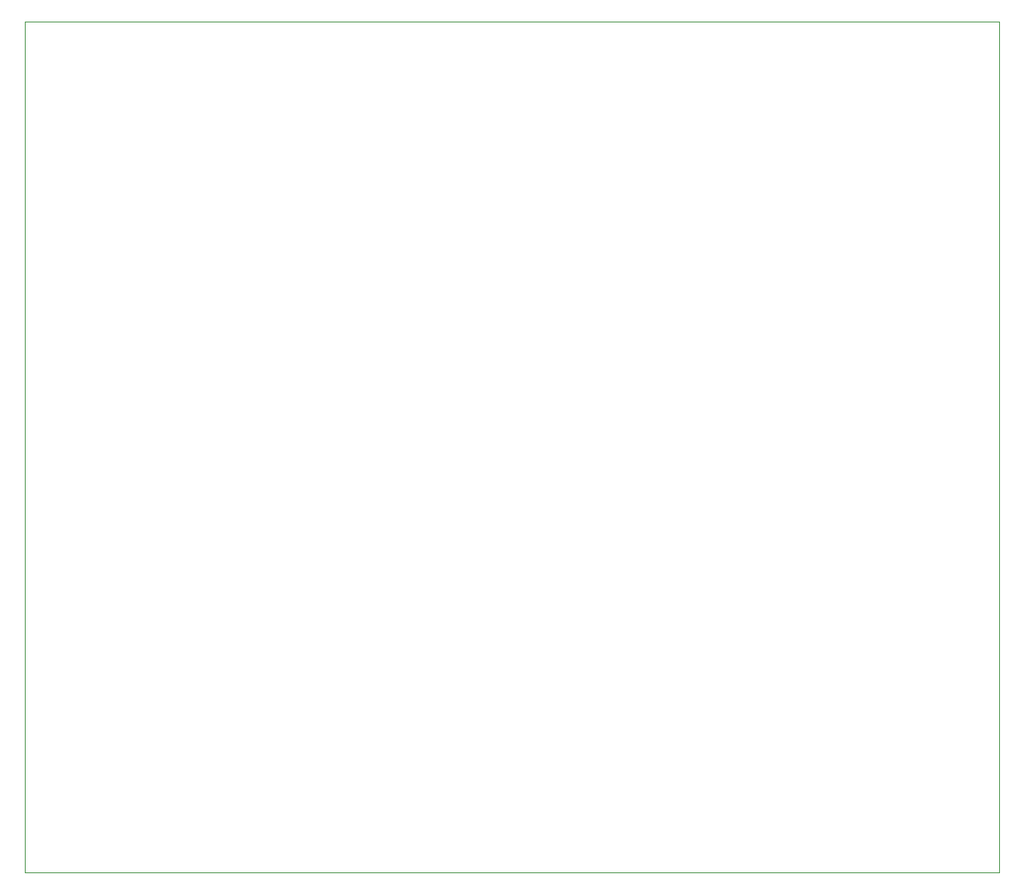
<source format=gbr>
G04 #@! TF.GenerationSoftware,KiCad,Pcbnew,(6.0.0)*
G04 #@! TF.CreationDate,2022-12-26T18:15:42+03:00*
G04 #@! TF.ProjectId,top,746f702e-6b69-4636-9164-5f7063625858,rev?*
G04 #@! TF.SameCoordinates,Original*
G04 #@! TF.FileFunction,Profile,NP*
%FSLAX46Y46*%
G04 Gerber Fmt 4.6, Leading zero omitted, Abs format (unit mm)*
G04 Created by KiCad (PCBNEW (6.0.0)) date 2022-12-26 18:15:42*
%MOMM*%
%LPD*%
G01*
G04 APERTURE LIST*
G04 #@! TA.AperFunction,Profile*
%ADD10C,0.050000*%
G04 #@! TD*
G04 APERTURE END LIST*
D10*
X95000000Y-60000000D02*
X95000000Y-68000000D01*
X180000000Y-60000000D02*
X110000000Y-60000000D01*
X98000000Y-60000000D02*
X95000000Y-60000000D01*
X110000000Y-150000000D02*
X180000000Y-150000000D01*
X195000000Y-150000000D02*
X198000000Y-150000000D01*
X95000000Y-138000000D02*
X95000000Y-150000000D01*
X198000000Y-130000000D02*
X198000000Y-76000000D01*
X95000000Y-76000000D02*
X95000000Y-130000000D01*
X198000000Y-76000000D02*
X198000000Y-76000000D01*
X198000000Y-68000000D02*
X198000000Y-60000000D01*
X95000000Y-68000000D02*
X95000000Y-76000000D01*
X98000000Y-150000000D02*
X110000000Y-150000000D01*
X180000000Y-150000000D02*
X195000000Y-150000000D01*
X198000000Y-60000000D02*
X195000000Y-60000000D01*
X195000000Y-60000000D02*
X180000000Y-60000000D01*
X198000000Y-138000000D02*
X198000000Y-130000000D01*
X95000000Y-150000000D02*
X98000000Y-150000000D01*
X198000000Y-150000000D02*
X198000000Y-138000000D01*
X198000000Y-68000000D02*
X198000000Y-76000000D01*
X95000000Y-138000000D02*
X95000000Y-130000000D01*
X110000000Y-60000000D02*
X98000000Y-60000000D01*
M02*

</source>
